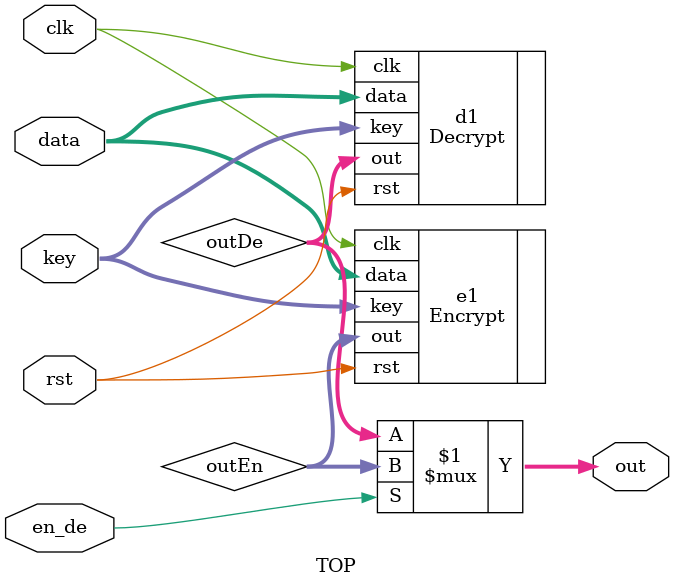
<source format=v>
`timescale 1ns / 1ps


module TOP(
  input [63:0] data,
  input [127:0] key,
  input en_de,
  input clk,
  input rst,
  output [63:0] out);
  
  
  wire [63:0] outEn, outDe;
  
  Encrypt e1(.data(data), .key(key), .clk(clk), .rst(rst), .out(outEn));
  Decrypt d1(.data(data), .key(key), .clk(clk), .rst(rst), .out(outDe));
  
  assign out = en_de ? outEn : outDe;
  
endmodule

</source>
